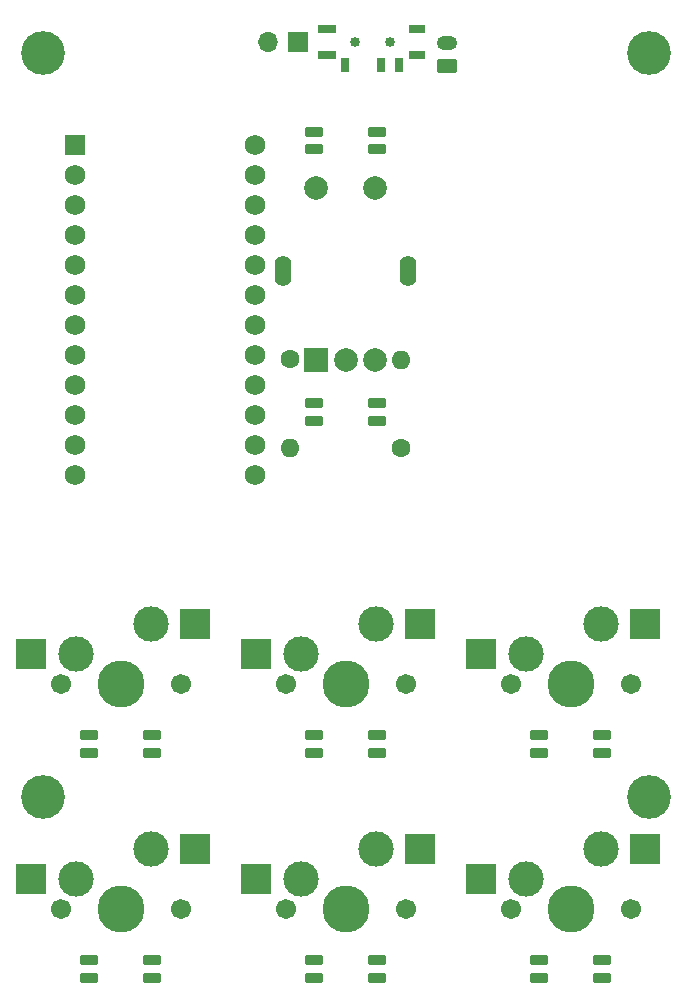
<source format=gbs>
%TF.GenerationSoftware,KiCad,Pcbnew,(6.0.4)*%
%TF.CreationDate,2022-04-07T14:17:58+02:00*%
%TF.ProjectId,Little Big Scroll 6,4c697474-6c65-4204-9269-67205363726f,v1.01*%
%TF.SameCoordinates,Original*%
%TF.FileFunction,Soldermask,Bot*%
%TF.FilePolarity,Negative*%
%FSLAX46Y46*%
G04 Gerber Fmt 4.6, Leading zero omitted, Abs format (unit mm)*
G04 Created by KiCad (PCBNEW (6.0.4)) date 2022-04-07 14:17:58*
%MOMM*%
%LPD*%
G01*
G04 APERTURE LIST*
G04 Aperture macros list*
%AMRoundRect*
0 Rectangle with rounded corners*
0 $1 Rounding radius*
0 $2 $3 $4 $5 $6 $7 $8 $9 X,Y pos of 4 corners*
0 Add a 4 corners polygon primitive as box body*
4,1,4,$2,$3,$4,$5,$6,$7,$8,$9,$2,$3,0*
0 Add four circle primitives for the rounded corners*
1,1,$1+$1,$2,$3*
1,1,$1+$1,$4,$5*
1,1,$1+$1,$6,$7*
1,1,$1+$1,$8,$9*
0 Add four rect primitives between the rounded corners*
20,1,$1+$1,$2,$3,$4,$5,0*
20,1,$1+$1,$4,$5,$6,$7,0*
20,1,$1+$1,$6,$7,$8,$9,0*
20,1,$1+$1,$8,$9,$2,$3,0*%
G04 Aperture macros list end*
%ADD10R,1.752600X1.752600*%
%ADD11C,1.752600*%
%ADD12C,3.000000*%
%ADD13C,1.701800*%
%ADD14C,3.987800*%
%ADD15R,2.550000X2.500000*%
%ADD16R,2.000000X2.000000*%
%ADD17C,2.000000*%
%ADD18O,1.400000X2.600000*%
%ADD19RoundRect,0.082000X-0.668000X0.328000X-0.668000X-0.328000X0.668000X-0.328000X0.668000X0.328000X0*%
%ADD20RoundRect,0.082000X0.668000X-0.328000X0.668000X0.328000X-0.668000X0.328000X-0.668000X-0.328000X0*%
%ADD21C,3.700000*%
%ADD22R,1.700000X1.700000*%
%ADD23O,1.700000X1.700000*%
%ADD24RoundRect,0.250000X0.625000X-0.350000X0.625000X0.350000X-0.625000X0.350000X-0.625000X-0.350000X0*%
%ADD25O,1.750000X1.200000*%
%ADD26C,1.600000*%
%ADD27O,1.600000X1.600000*%
%ADD28C,0.850000*%
%ADD29R,0.800000X1.200000*%
%ADD30R,1.400000X0.800000*%
%ADD31R,1.500000X0.800000*%
G04 APERTURE END LIST*
D10*
X87340000Y-57510000D03*
D11*
X87340000Y-60050000D03*
X87340000Y-62590000D03*
X87340000Y-65130000D03*
X87340000Y-67670000D03*
X87340000Y-70210000D03*
X87340000Y-72750000D03*
X87340000Y-75290000D03*
X87340000Y-77830000D03*
X87340000Y-80370000D03*
X87340000Y-82910000D03*
X87340000Y-85450000D03*
X102580000Y-85450000D03*
X102580000Y-82910000D03*
X102580000Y-80370000D03*
X102580000Y-77830000D03*
X102580000Y-75290000D03*
X102580000Y-72750000D03*
X102580000Y-70210000D03*
X102580000Y-67670000D03*
X102580000Y-65130000D03*
X102580000Y-62590000D03*
X102580000Y-60050000D03*
X102580000Y-57510000D03*
D12*
X93760000Y-98080000D03*
D13*
X86140000Y-103160000D03*
D12*
X87410000Y-100620000D03*
D14*
X91220000Y-103160000D03*
D13*
X96300000Y-103160000D03*
D15*
X83660000Y-100620000D03*
X97510000Y-98080000D03*
D12*
X106460000Y-100620000D03*
D13*
X115350000Y-103160000D03*
X105190000Y-103160000D03*
D14*
X110270000Y-103160000D03*
D12*
X112810000Y-98080000D03*
D15*
X102710000Y-100620000D03*
X116560000Y-98080000D03*
D13*
X124240000Y-103160000D03*
D12*
X131860000Y-98080000D03*
D13*
X134400000Y-103160000D03*
D12*
X125510000Y-100620000D03*
D14*
X129320000Y-103160000D03*
D15*
X121760000Y-100620000D03*
X135610000Y-98080000D03*
D13*
X86140000Y-122210000D03*
D14*
X91220000Y-122210000D03*
D13*
X96300000Y-122210000D03*
D12*
X93760000Y-117130000D03*
X87410000Y-119670000D03*
D15*
X83660000Y-119670000D03*
X97510000Y-117130000D03*
D13*
X105190000Y-122210000D03*
D12*
X112810000Y-117130000D03*
D14*
X110270000Y-122210000D03*
D13*
X115350000Y-122210000D03*
D12*
X106460000Y-119670000D03*
D15*
X102710000Y-119670000D03*
X116560000Y-117130000D03*
D14*
X129320000Y-122210000D03*
D12*
X131860000Y-117130000D03*
X125510000Y-119670000D03*
D13*
X134400000Y-122210000D03*
X124240000Y-122210000D03*
D15*
X121760000Y-119670000D03*
X135610000Y-117130000D03*
D16*
X107770000Y-75660000D03*
D17*
X112770000Y-75660000D03*
X110270000Y-75660000D03*
D18*
X104970000Y-68160000D03*
X115570000Y-68160000D03*
D17*
X112770000Y-61160000D03*
X107770000Y-61160000D03*
D19*
X93870000Y-107489999D03*
X93870000Y-108989999D03*
X88570000Y-108989999D03*
X88570000Y-107489999D03*
X107620000Y-107489999D03*
X107620000Y-108989999D03*
X112920000Y-108989999D03*
X112920000Y-107489999D03*
X126670000Y-107489999D03*
X126670000Y-108989999D03*
X131970000Y-108989999D03*
X131970000Y-107489999D03*
X88570000Y-126539999D03*
X88570000Y-128039999D03*
X93870000Y-128039999D03*
X93870000Y-126539999D03*
X107620000Y-126539999D03*
X107620000Y-128039999D03*
X112920000Y-128039999D03*
X112920000Y-126539999D03*
X126670000Y-126539999D03*
X126670000Y-128039999D03*
X131970000Y-128039999D03*
X131970000Y-126539999D03*
D20*
X112920000Y-57870001D03*
X112920000Y-56370001D03*
X107620000Y-56370001D03*
X107620000Y-57870001D03*
X112920000Y-80865001D03*
X112920000Y-79365001D03*
X107620000Y-79365001D03*
X107620000Y-80865001D03*
D21*
X84600000Y-112685000D03*
X135940000Y-112685000D03*
X135940000Y-49730000D03*
X84600000Y-49730000D03*
D22*
X106250000Y-48810000D03*
D23*
X103710000Y-48810000D03*
D24*
X118870000Y-50820000D03*
D25*
X118870000Y-48820000D03*
D26*
X114990000Y-83170000D03*
D27*
X114990000Y-75670000D03*
D26*
X105570000Y-75650000D03*
D27*
X105570000Y-83150000D03*
D28*
X114040000Y-48750000D03*
X111040000Y-48750000D03*
D29*
X110240000Y-50750000D03*
X113240000Y-50750000D03*
X114740000Y-50750000D03*
D30*
X116340000Y-47650000D03*
D31*
X108690000Y-47650000D03*
D30*
X116340000Y-49850000D03*
D31*
X108690000Y-49850000D03*
M02*

</source>
